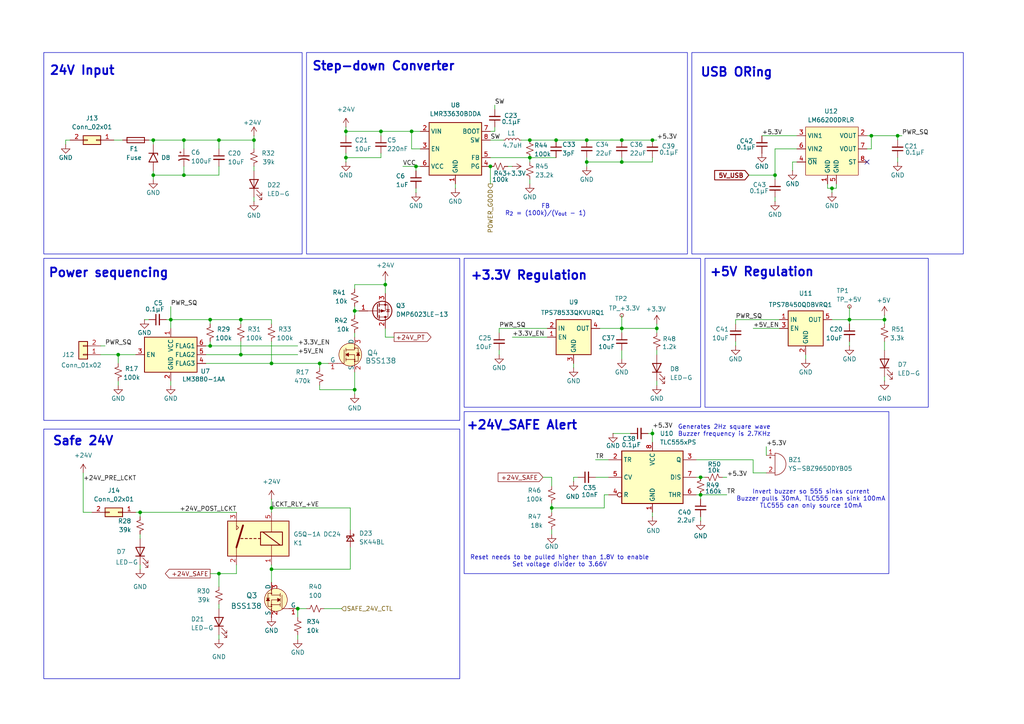
<source format=kicad_sch>
(kicad_sch (version 20250114) (generator "eeschema") (generator_version "9.0")
  (paper "A4")
  (rectangle (start 12.7 15.24) (end 87.63 73.66))
  (rectangle (start 88.9 15.24) (end 199.39 73.66))
  (rectangle (start 204.47 74.93) (end 269.24 118.11))
  (rectangle (start 134.62 119.38) (end 257.81 166.37))
  (rectangle (start 12.7 124.46) (end 133.35 196.85))
  (rectangle (start 200.66 15.24) (end 279.4 73.66))
  (rectangle (start 12.7 74.93) (end 133.35 121.92))
  (rectangle (start 134.62 74.93) (end 203.2 118.11))
  (text "24V Input" (at 23.876 20.574 0) (effects (font (size 2.54 2.54) (thickness 0.508) (bold yes))))
  (text "Reset needs to be pulled higher than 1.8V to enable\nSet voltage divider to 3.66V" (at 162.306 162.814 0) (effects (font (size 1.27 1.27))))
  (text "Step-down Converter" (at 111.252 19.304 0) (effects (font (size 2.54 2.54) (thickness 0.508) (bold yes))))
  (text "FB\nR_{2} = (100k)/(V_{out} - 1)" (at 158.242 60.96 0) (effects (font (size 1.27 1.27))))
  (text "+3.3V Regulation" (at 153.416 80.01 0) (effects (font (size 2.54 2.54) (thickness 0.508) (bold yes))))
  (text "+24V_SAFE Alert" (at 151.384 123.444 0) (effects (font (size 2.54 2.54) (thickness 0.508) (bold yes))))
  (text "Power sequencing" (at 31.496 79.248 0) (effects (font (size 2.54 2.54) (thickness 0.508) (bold yes))))
  (text "+5V Regulation" (at 220.98 78.994 0) (effects (font (size 2.54 2.54) (thickness 0.508) (bold yes))))
  (text "Invert buzzer so 555 sinks current\nBuzzer pulls 30mA, TLC555 can sink 100mA\nTLC555 can only source 10mA" (at 235.204 144.78 0) (effects (font (size 1.27 1.27))))
  (text "USB ORing" (at 213.614 21.082 0) (effects (font (size 2.54 2.54) (thickness 0.508) (bold yes))))
  (text "Safe 24V" (at 24.13 128.016 0) (effects (font (size 2.54 2.54) (thickness 0.508) (bold yes))))
  (text "Generates 2Hz square wave\nBuzzer frequency is 2.7KHz" (at 210.058 124.968 0) (effects (font (size 1.27 1.27))))
  (junction (at 241.3 54.61))
  (junction (at 110.49 38.1))
  (junction (at 60.96 92.71))
  (junction (at 256.54 92.71))
  (junction (at 161.29 40.64))
  (junction (at 189.23 40.64))
  (junction (at 203.2 138.43))
  (junction (at 78.74 147.32))
  (junction (at 60.96 100.33))
  (junction (at 86.36 176.53))
  (junction (at 189.23 125.73))
  (junction (at 102.87 113.03))
  (junction (at 190.5 95.25))
  (junction (at 63.5 40.64))
  (junction (at 44.45 50.8))
  (junction (at 142.24 48.26))
  (junction (at 170.18 46.99))
  (junction (at 73.66 40.64))
  (junction (at 49.53 92.71))
  (junction (at 69.85 102.87))
  (junction (at 246.38 92.71))
  (junction (at 44.45 40.64))
  (junction (at 224.79 50.8))
  (junction (at 111.76 82.55))
  (junction (at 102.87 90.17))
  (junction (at 203.2 143.51))
  (junction (at 180.34 40.64))
  (junction (at 252.73 39.37))
  (junction (at 120.65 48.26))
  (junction (at 53.34 40.64))
  (junction (at 34.29 102.87))
  (junction (at 78.74 105.41))
  (junction (at 78.74 165.1))
  (junction (at 63.5 166.37))
  (junction (at 170.18 40.64))
  (junction (at 53.34 50.8))
  (junction (at 100.33 45.72))
  (junction (at 160.02 147.32))
  (junction (at 100.33 38.1))
  (junction (at 180.34 46.99))
  (junction (at 260.35 39.37))
  (junction (at 153.67 40.64))
  (junction (at 180.34 95.25))
  (junction (at 153.67 45.72))
  (junction (at 92.71 105.41))
  (junction (at 69.85 92.71))
  (junction (at 40.64 148.59))
  (junction (at 119.38 38.1))
  (no_connect (at 251.46 46.99))
  (wire (pts (xy 53.34 40.64) (xy 63.5 40.64)))
  (wire (pts (xy 231.14 46.99) (xy 229.87 46.99)))
  (wire (pts (xy 256.54 109.22) (xy 256.54 110.49)))
  (wire (pts (xy 260.35 39.37) (xy 260.35 40.64)))
  (wire (pts (xy 177.8 125.73) (xy 182.88 125.73)))
  (wire (pts (xy 59.69 100.33) (xy 60.96 100.33)))
  (wire (pts (xy 111.76 97.79) (xy 114.3 97.79)))
  (wire (pts (xy 160.02 153.67) (xy 160.02 154.94)))
  (wire (pts (xy 166.37 105.41) (xy 166.37 106.68)))
  (wire (pts (xy 189.23 148.59) (xy 189.23 149.86)))
  (wire (pts (xy 166.37 138.43) (xy 167.64 138.43)))
  (wire (pts (xy 110.49 38.1) (xy 119.38 38.1)))
  (wire (pts (xy 246.38 92.71) (xy 246.38 93.98)))
  (wire (pts (xy 142.24 45.72) (xy 153.67 45.72)))
  (wire (pts (xy 60.96 92.71) (xy 69.85 92.71)))
  (wire (pts (xy 34.29 102.87) (xy 39.37 102.87)))
  (wire (pts (xy 102.87 107.95) (xy 102.87 113.03)))
  (wire (pts (xy 34.29 110.49) (xy 34.29 111.76)))
  (wire (pts (xy 111.76 81.28) (xy 111.76 82.55)))
  (wire (pts (xy 180.34 95.25) (xy 190.5 95.25)))
  (wire (pts (xy 78.74 165.1) (xy 78.74 168.91)))
  (wire (pts (xy 153.67 40.64) (xy 161.29 40.64)))
  (wire (pts (xy 132.08 53.34) (xy 132.08 54.61)))
  (wire (pts (xy 190.5 93.98) (xy 190.5 95.25)))
  (wire (pts (xy 203.2 138.43) (xy 204.47 138.43)))
  (wire (pts (xy 78.74 93.98) (xy 78.74 92.71)))
  (wire (pts (xy 172.72 138.43) (xy 176.53 138.43)))
  (wire (pts (xy 220.98 39.37) (xy 231.14 39.37)))
  (wire (pts (xy 63.5 48.26) (xy 63.5 50.8)))
  (wire (pts (xy 100.33 38.1) (xy 110.49 38.1)))
  (wire (pts (xy 240.03 54.61) (xy 241.3 54.61)))
  (wire (pts (xy 63.5 40.64) (xy 73.66 40.64)))
  (wire (pts (xy 251.46 43.18) (xy 252.73 43.18)))
  (wire (pts (xy 180.34 46.99) (xy 170.18 46.99)))
  (wire (pts (xy 92.71 111.76) (xy 92.71 113.03)))
  (wire (pts (xy 44.45 49.53) (xy 44.45 50.8)))
  (wire (pts (xy 229.87 46.99) (xy 229.87 49.53)))
  (wire (pts (xy 40.64 163.83) (xy 40.64 165.1)))
  (wire (pts (xy 189.23 125.73) (xy 189.23 128.27)))
  (wire (pts (xy 246.38 99.06) (xy 246.38 100.33)))
  (wire (pts (xy 246.38 92.71) (xy 256.54 92.71)))
  (wire (pts (xy 209.55 138.43) (xy 210.82 138.43)))
  (wire (pts (xy 78.74 92.71) (xy 69.85 92.71)))
  (wire (pts (xy 161.29 40.64) (xy 170.18 40.64)))
  (wire (pts (xy 175.26 147.32) (xy 175.26 143.51)))
  (wire (pts (xy 24.13 148.59) (xy 26.67 148.59)))
  (wire (pts (xy 256.54 93.98) (xy 256.54 92.71)))
  (wire (pts (xy 217.17 50.8) (xy 224.79 50.8)))
  (wire (pts (xy 78.74 147.32) (xy 78.74 148.59)))
  (wire (pts (xy 40.64 148.59) (xy 68.58 148.59)))
  (wire (pts (xy 242.57 54.61) (xy 242.57 53.34)))
  (wire (pts (xy 218.44 95.25) (xy 226.06 95.25)))
  (wire (pts (xy 180.34 95.25) (xy 180.34 96.52)))
  (wire (pts (xy 166.37 139.7) (xy 166.37 138.43)))
  (wire (pts (xy 53.34 48.26) (xy 53.34 50.8)))
  (wire (pts (xy 78.74 144.78) (xy 78.74 147.32)))
  (wire (pts (xy 49.53 110.49) (xy 49.53 111.76)))
  (wire (pts (xy 48.26 92.71) (xy 49.53 92.71)))
  (wire (pts (xy 190.5 110.49) (xy 190.5 111.76)))
  (wire (pts (xy 78.74 163.83) (xy 78.74 165.1)))
  (wire (pts (xy 73.66 48.26) (xy 73.66 49.53)))
  (wire (pts (xy 29.21 102.87) (xy 34.29 102.87)))
  (wire (pts (xy 34.29 102.87) (xy 34.29 105.41)))
  (wire (pts (xy 180.34 46.99) (xy 189.23 46.99)))
  (wire (pts (xy 260.35 39.37) (xy 261.62 39.37)))
  (wire (pts (xy 144.78 101.6) (xy 144.78 102.87)))
  (wire (pts (xy 160.02 146.05) (xy 160.02 147.32)))
  (wire (pts (xy 213.36 99.06) (xy 213.36 100.33)))
  (wire (pts (xy 119.38 38.1) (xy 121.92 38.1)))
  (wire (pts (xy 102.87 113.03) (xy 102.87 114.3)))
  (wire (pts (xy 40.64 154.94) (xy 40.64 156.21)))
  (wire (pts (xy 180.34 45.72) (xy 180.34 46.99)))
  (wire (pts (xy 63.5 184.15) (xy 63.5 185.42)))
  (wire (pts (xy 73.66 40.64) (xy 73.66 43.18)))
  (wire (pts (xy 101.6 147.32) (xy 101.6 153.67)))
  (wire (pts (xy 102.87 88.9) (xy 102.87 90.17)))
  (wire (pts (xy 120.65 54.61) (xy 120.65 55.88)))
  (wire (pts (xy 100.33 45.72) (xy 100.33 44.45)))
  (wire (pts (xy 49.53 88.9) (xy 49.53 92.71)))
  (wire (pts (xy 63.5 166.37) (xy 63.5 170.18)))
  (wire (pts (xy 100.33 36.83) (xy 100.33 38.1)))
  (wire (pts (xy 63.5 50.8) (xy 53.34 50.8)))
  (wire (pts (xy 151.13 40.64) (xy 153.67 40.64)))
  (wire (pts (xy 218.44 137.16) (xy 222.25 137.16)))
  (wire (pts (xy 160.02 147.32) (xy 175.26 147.32)))
  (wire (pts (xy 43.18 40.64) (xy 44.45 40.64)))
  (wire (pts (xy 101.6 165.1) (xy 101.6 158.75)))
  (wire (pts (xy 102.87 96.52) (xy 102.87 97.79)))
  (wire (pts (xy 73.66 57.15) (xy 73.66 58.42)))
  (wire (pts (xy 110.49 44.45) (xy 110.49 45.72)))
  (wire (pts (xy 142.24 40.64) (xy 146.05 40.64)))
  (wire (pts (xy 100.33 45.72) (xy 110.49 45.72)))
  (wire (pts (xy 78.74 105.41) (xy 92.71 105.41)))
  (wire (pts (xy 189.23 125.73) (xy 187.96 125.73)))
  (wire (pts (xy 41.91 92.71) (xy 43.18 92.71)))
  (wire (pts (xy 143.51 38.1) (xy 143.51 36.83)))
  (wire (pts (xy 93.98 176.53) (xy 99.06 176.53)))
  (wire (pts (xy 241.3 54.61) (xy 242.57 54.61)))
  (wire (pts (xy 78.74 105.41) (xy 78.74 99.06)))
  (wire (pts (xy 49.53 92.71) (xy 49.53 95.25)))
  (wire (pts (xy 111.76 95.25) (xy 111.76 97.79)))
  (wire (pts (xy 252.73 39.37) (xy 260.35 39.37)))
  (wire (pts (xy 189.23 40.64) (xy 190.5 40.64)))
  (wire (pts (xy 213.36 92.71) (xy 226.06 92.71)))
  (wire (pts (xy 170.18 45.72) (xy 170.18 46.99)))
  (wire (pts (xy 78.74 165.1) (xy 101.6 165.1)))
  (wire (pts (xy 78.74 147.32) (xy 101.6 147.32)))
  (wire (pts (xy 144.78 95.25) (xy 144.78 96.52)))
  (wire (pts (xy 92.71 105.41) (xy 95.25 105.41)))
  (wire (pts (xy 222.25 129.54) (xy 222.25 132.08)))
  (wire (pts (xy 69.85 92.71) (xy 69.85 93.98)))
  (wire (pts (xy 63.5 166.37) (xy 68.58 166.37)))
  (wire (pts (xy 100.33 39.37) (xy 100.33 38.1)))
  (wire (pts (xy 63.5 40.64) (xy 63.5 43.18)))
  (wire (pts (xy 189.23 45.72) (xy 189.23 46.99)))
  (wire (pts (xy 19.05 40.64) (xy 19.05 41.91)))
  (wire (pts (xy 92.71 113.03) (xy 102.87 113.03)))
  (wire (pts (xy 102.87 83.82) (xy 102.87 82.55)))
  (wire (pts (xy 59.69 102.87) (xy 69.85 102.87)))
  (wire (pts (xy 44.45 40.64) (xy 53.34 40.64)))
  (wire (pts (xy 160.02 138.43) (xy 160.02 140.97)))
  (wire (pts (xy 203.2 143.51) (xy 210.82 143.51)))
  (wire (pts (xy 24.13 137.16) (xy 24.13 148.59)))
  (wire (pts (xy 160.02 147.32) (xy 160.02 148.59)))
  (wire (pts (xy 40.64 148.59) (xy 40.64 149.86)))
  (wire (pts (xy 102.87 90.17) (xy 102.87 91.44)))
  (wire (pts (xy 251.46 39.37) (xy 252.73 39.37)))
  (wire (pts (xy 203.2 143.51) (xy 203.2 144.78)))
  (wire (pts (xy 173.99 95.25) (xy 180.34 95.25)))
  (wire (pts (xy 86.36 176.53) (xy 88.9 176.53)))
  (wire (pts (xy 153.67 46.99) (xy 153.67 45.72)))
  (wire (pts (xy 203.2 149.86) (xy 203.2 151.13)))
  (wire (pts (xy 224.79 57.15) (xy 224.79 58.42)))
  (wire (pts (xy 201.93 138.43) (xy 203.2 138.43)))
  (wire (pts (xy 102.87 82.55) (xy 111.76 82.55)))
  (wire (pts (xy 69.85 102.87) (xy 69.85 99.06)))
  (wire (pts (xy 60.96 93.98) (xy 60.96 92.71)))
  (wire (pts (xy 121.92 43.18) (xy 119.38 43.18)))
  (wire (pts (xy 172.72 133.35) (xy 176.53 133.35)))
  (wire (pts (xy 69.85 102.87) (xy 86.36 102.87)))
  (wire (pts (xy 190.5 101.6) (xy 190.5 102.87)))
  (wire (pts (xy 60.96 166.37) (xy 63.5 166.37)))
  (wire (pts (xy 100.33 46.99) (xy 100.33 45.72)))
  (wire (pts (xy 73.66 39.37) (xy 73.66 40.64)))
  (wire (pts (xy 119.38 38.1) (xy 119.38 43.18)))
  (wire (pts (xy 153.67 52.07) (xy 153.67 53.34)))
  (wire (pts (xy 44.45 40.64) (xy 44.45 41.91)))
  (wire (pts (xy 102.87 90.17) (xy 104.14 90.17)))
  (wire (pts (xy 170.18 46.99) (xy 170.18 48.26)))
  (wire (pts (xy 224.79 52.07) (xy 224.79 50.8)))
  (wire (pts (xy 142.24 48.26) (xy 142.24 53.34)))
  (wire (pts (xy 86.36 176.53) (xy 86.36 179.07)))
  (wire (pts (xy 190.5 95.25) (xy 190.5 96.52)))
  (wire (pts (xy 201.93 133.35) (xy 218.44 133.35)))
  (wire (pts (xy 252.73 43.18) (xy 252.73 39.37)))
  (wire (pts (xy 142.24 38.1) (xy 143.51 38.1)))
  (wire (pts (xy 218.44 133.35) (xy 218.44 137.16)))
  (wire (pts (xy 158.75 97.79) (xy 148.59 97.79)))
  (wire (pts (xy 189.23 124.46) (xy 189.23 125.73)))
  (wire (pts (xy 120.65 49.53) (xy 120.65 48.26)))
  (wire (pts (xy 53.34 40.64) (xy 53.34 43.18)))
  (wire (pts (xy 33.02 40.64) (xy 35.56 40.64)))
  (wire (pts (xy 180.34 40.64) (xy 189.23 40.64)))
  (wire (pts (xy 59.69 105.41) (xy 78.74 105.41)))
  (wire (pts (xy 120.65 48.26) (xy 121.92 48.26)))
  (wire (pts (xy 60.96 100.33) (xy 60.96 99.06)))
  (wire (pts (xy 256.54 91.44) (xy 256.54 92.71)))
  (wire (pts (xy 256.54 99.06) (xy 256.54 101.6)))
  (wire (pts (xy 241.3 92.71) (xy 246.38 92.71)))
  (wire (pts (xy 29.21 100.33) (xy 30.48 100.33)))
  (wire (pts (xy 180.34 101.6) (xy 180.34 104.14)))
  (wire (pts (xy 147.32 48.26) (xy 148.59 48.26)))
  (wire (pts (xy 49.53 92.71) (xy 60.96 92.71)))
  (wire (pts (xy 224.79 50.8) (xy 224.79 43.18)))
  (wire (pts (xy 233.68 102.87) (xy 233.68 104.14)))
  (wire (pts (xy 153.67 45.72) (xy 161.29 45.72)))
  (wire (pts (xy 224.79 43.18) (xy 231.14 43.18)))
  (wire (pts (xy 63.5 175.26) (xy 63.5 176.53)))
  (wire (pts (xy 116.84 48.26) (xy 120.65 48.26)))
  (wire (pts (xy 144.78 95.25) (xy 158.75 95.25)))
  (wire (pts (xy 143.51 30.48) (xy 143.51 31.75)))
  (wire (pts (xy 241.3 54.61) (xy 241.3 55.88)))
  (wire (pts (xy 20.32 40.64) (xy 19.05 40.64)))
  (wire (pts (xy 44.45 50.8) (xy 44.45 52.07)))
  (wire (pts (xy 170.18 40.64) (xy 180.34 40.64)))
  (wire (pts (xy 157.48 138.43) (xy 160.02 138.43)))
  (wire (pts (xy 92.71 105.41) (xy 92.71 106.68)))
  (wire (pts (xy 180.34 91.44) (xy 180.34 95.25)))
  (wire (pts (xy 246.38 88.9) (xy 246.38 92.71)))
  (wire (pts (xy 240.03 53.34) (xy 240.03 54.61)))
  (wire (pts (xy 53.34 50.8) (xy 44.45 50.8)))
  (wire (pts (xy 110.49 38.1) (xy 110.49 39.37)))
  (wire (pts (xy 213.36 92.71) (xy 213.36 93.98)))
  (wire (pts (xy 39.37 148.59) (xy 40.64 148.59)))
  (wire (pts (xy 86.36 185.42) (xy 86.36 184.15)))
  (wire (pts (xy 68.58 163.83) (xy 68.58 166.37)))
  (wire (pts (xy 260.35 45.72) (xy 260.35 46.99)))
  (wire (pts (xy 201.93 143.51) (xy 203.2 143.51)))
  (wire (pts (xy 111.76 82.55) (xy 111.76 85.09)))
  (wire (pts (xy 175.26 143.51) (xy 176.53 143.51)))
  (wire (pts (xy 60.96 100.33) (xy 86.36 100.33)))
  (label "+24V_PRE_LCKT" (at 24.13 139.7 0))
  (label "PWR_SQ" (at 261.62 39.37 0))
  (label "+5.3V" (at 190.5 40.64 0))
  (label "PWR_SQ" (at 49.53 88.9 0))
  (label "+5.3V" (at 210.82 138.43 0))
  (label "+3.3V_EN" (at 148.59 97.79 0))
  (label "TR" (at 210.82 143.51 0))
  (label "PWR_SQ" (at 144.78 95.25 0))
  (label "SW" (at 143.51 30.48 0))
  (label "LCKT_RLY_+VE" (at 78.74 147.32 0))
  (label "TR" (at 172.72 133.35 0))
  (label "+24V_POST_LCKT" (at 52.07 148.59 0))
  (label "PWR_SQ" (at 30.48 100.33 0))
  (label "+5.3V" (at 220.98 39.37 0))
  (label "PWR_SQ" (at 213.36 92.71 0))
  (label "VCC" (at 116.84 48.26 0))
  (label "+5V_EN" (at 86.36 102.87 0))
  (label "+5.3V" (at 222.25 129.54 0))
  (label "+5V_EN" (at 218.44 95.25 0))
  (label "SW" (at 142.24 40.64 0))
  (label "+5.3V" (at 189.23 124.46 0))
  (label "+3.3V_EN" (at 86.36 100.33 0))
  (global_label "+24V_PT" (shape output) (at 114.3 97.79 0) (property "Intersheetrefs" "${INTERSHEET_REFS}" (effects (hide yes))))
  (global_label "+24V_SAFE" (shape output) (at 60.96 166.37 180) (property "Intersheetrefs" "${INTERSHEET_REFS}" (effects (hide yes))))
  (global_label "5V_USB" (shape input) (at 217.17 50.8 180) (effects (font (thickness 0.254) (bold yes))) (property "Intersheetrefs" "${INTERSHEET_REFS}" (effects (hide yes))))
  (global_label "+24V_SAFE" (shape input) (at 157.48 138.43 180) (property "Intersheetrefs" "${INTERSHEET_REFS}" (effects (hide yes))))
  (hierarchical_label "SAFE_24V_CTL" (shape input) (at 99.06 176.53 0))
  (hierarchical_label "POWER_GOOD" (shape output) (at 142.24 53.34 270))
  (symbol (lib_id "power:GND") (at 189.23 149.86 0) (unit 1)
    (property "Reference" "#PWR069" (effects (hide yes)))
    (property "Value" "GND" (at 189.484 153.924 0))
    (property "Description" "Power symbol creates a global label with name \"GND\" , ground" (effects (hide yes)))
  )
  (symbol (lib_id "power:+24V") (at 190.5 93.98 0) (unit 1)
    (property "Reference" "#PWR070" (effects (hide yes)))
    (property "Value" "+3.3V" (at 190.246 89.662 0))
    (property "Description" "Power symbol creates a global label with name \"+24V\"" (effects (hide yes)))
  )
  (symbol (lib_id "power:GND") (at 100.33 46.99 0) (unit 1)
    (property "Reference" "#PWR0113" (effects (hide yes)))
    (property "Value" "GND" (at 100.33 50.8 0))
    (property "Description" "Power symbol creates a global label with name \"GND\" , ground" (effects (hide yes)))
  )
  (symbol (lib_id "power:GND") (at 233.68 104.14 0) (unit 1)
    (property "Reference" "#PWR057" (effects (hide yes)))
    (property "Value" "GND" (at 233.68 107.95 0))
    (property "Description" "Power symbol creates a global label with name \"GND\" , ground" (effects (hide yes)))
  )
  (symbol (lib_id "Transistor_FET:ZXMP4A16G") (at 109.22 90.17 0) (mirror x) (unit 1)
    (property "Reference" "Q3" (at 114.808 88.646 0) (effects (justify left)))
    (property "Value" "DMP6023LE-13" (at 114.808 91.186 0) (effects (justify left)))
    (property "Footprint" "Package_TO_SOT_SMD:SOT-223-3_TabPin2" (effects (hide yes)))
    (property "Datasheet" "https://www.lcsc.com/datasheet/C154901.pdf" (effects (hide yes)))
    (property "Description" "-60V Vds, P-Channel MOSFET, SOT-223" (effects (hide yes)))
    (property "LCSC" "C154901" (effects (hide yes)))
  )
  (symbol (lib_id "Diode:1.5SMCxxA") (at 44.45 45.72 270) (unit 1)
    (property "Reference" "D8" (at 46.736 45.72 90) (effects (justify left)))
    (property "Value" "SMCJ26A-13-F" (effects (hide yes)))
    (property "Footprint" "Diode_SMD:D_SMC" (effects (hide yes)))
    (property "Datasheet" "https://www.lcsc.com/datasheet/C135156.pdf" (effects (hide yes)))
    (property "Description" "1500W unidirectional TVS diode, SMC" (effects (hide yes)))
    (property "LCSC" "C135156" (effects (hide yes)))
  )
  (symbol (lib_id "Device:R_Small_US") (at 86.36 181.61 0) (unit 1)
    (property "Reference" "R34" (at 88.9 180.3399 0) (effects (justify left)))
    (property "Value" "10k" (at 88.9 182.8799 0) (effects (justify left)))
    (property "Footprint" "Resistor_SMD:R_0402_1005Metric" (effects (hide yes)))
    (property "Description" "Resistor, small US symbol" (effects (hide yes)))
    (property "LCSC" "C25531" (effects (hide yes)))
    (property "MPN" "0402WGJ0103TCE" (effects (hide yes)))
  )
  (symbol (lib_id "Device:R_Small_US") (at 69.85 96.52 0) (mirror x) (unit 1)
    (property "Reference" "R31" (at 75.692 95.504 0) (effects (justify right)))
    (property "Value" "100k" (at 76.2 98.044 0) (effects (justify right)))
    (property "Footprint" "Resistor_SMD:R_0603_1608Metric" (effects (hide yes)))
    (property "Description" "Resistor, small US symbol" (effects (hide yes)))
  )
  (symbol (lib_id "Device:LED") (at 73.66 53.34 90) (unit 1)
    (property "Reference" "D22" (at 77.47 53.6574 90) (effects (justify right)))
    (property "Value" "LED-G" (at 77.47 56.1974 90) (effects (justify right)))
    (property "Footprint" "LED_SMD:LED_0805_2012Metric" (effects (hide yes)))
    (property "Description" "Light emitting diode" (effects (hide yes)))
    (property "Sim.Pins" "1=K 2=A" (effects (hide yes)))
    (property "LCSC" "C2297" (effects (hide yes)))
  )
  (symbol (lib_id "Device:LED") (at 256.54 105.41 90) (unit 1)
    (property "Reference" "D7" (at 260.35 105.7274 90) (effects (justify right)))
    (property "Value" "LED-G" (at 260.35 108.2674 90) (effects (justify right)))
    (property "Footprint" "LED_SMD:LED_0805_2012Metric" (effects (hide yes)))
    (property "Description" "Light emitting diode" (effects (hide yes)))
    (property "Sim.Pins" "1=K 2=A" (effects (hide yes)))
    (property "LCSC" "C2297" (effects (hide yes)))
  )
  (symbol (lib_id "Device:R_Small_US") (at 34.29 107.95 0) (mirror x) (unit 1)
    (property "Reference" "R17" (at 40.132 106.934 0) (effects (justify right)))
    (property "Value" "100k" (at 40.64 109.474 0) (effects (justify right)))
    (property "Footprint" "Resistor_SMD:R_0603_1608Metric" (effects (hide yes)))
    (property "Description" "Resistor, small US symbol" (effects (hide yes)))
  )
  (symbol (lib_id "Device:C_Polarized_Small_US") (at 53.34 45.72 0) (unit 1)
    (property "Reference" "C6" (at 55.372 44.196 0) (effects (justify left)))
    (property "Value" "100uF" (at 55.372 46.736 0) (effects (justify left)))
    (property "Footprint" "Capacitor_SMD:CP_Elec_10x10" (effects (hide yes)))
    (property "Datasheet" "https://www.lcsc.com/datasheet/C161937.pdf" (effects (hide yes)))
    (property "Description" "Polarized capacitor, small US symbol" (effects (hide yes)))
    (property "LCSC" "C161937" (effects (hide yes)))
  )
  (symbol (lib_id "Device:LED") (at 63.5 180.34 90) (unit 1)
    (property "Reference" "D21" (at 55.372 179.578 90) (effects (justify right)))
    (property "Value" "LED-G" (at 55.372 182.118 90) (effects (justify right)))
    (property "Footprint" "LED_SMD:LED_0805_2012Metric" (effects (hide yes)))
    (property "Description" "Light emitting diode" (effects (hide yes)))
    (property "Sim.Pins" "1=K 2=A" (effects (hide yes)))
    (property "LCSC" "C2297" (effects (hide yes)))
  )
  (symbol (lib_id "Device:R_Small_US") (at 160.02 151.13 0) (mirror x) (unit 1)
    (property "Reference" "R47" (at 156.972 149.86 0) (effects (justify right)))
    (property "Value" "18k" (at 157.48 152.4 0) (effects (justify right)))
    (property "Footprint" "Resistor_SMD:R_0603_1608Metric" (effects (hide yes)))
    (property "Description" "Resistor, small US symbol" (effects (hide yes)))
  )
  (symbol (lib_id "Device:R_Small_US") (at 63.5 172.72 0) (mirror x) (unit 1)
    (property "Reference" "R30" (at 60.96 171.4499 0) (effects (justify right)))
    (property "Value" "39k" (at 60.96 173.9899 0) (effects (justify right)))
    (property "Footprint" "Resistor_SMD:R_0402_1005Metric" (effects (hide yes)))
    (property "Description" "Resistor, small US symbol" (effects (hide yes)))
  )
  (symbol (lib_id "power:GND") (at 170.18 48.26 0) (unit 1)
    (property "Reference" "#PWR066" (effects (hide yes)))
    (property "Value" "GND" (at 170.18 52.07 0))
    (property "Description" "Power symbol creates a global label with name \"GND\" , ground" (effects (hide yes)))
  )
  (symbol (lib_id "Connector_Generic:Conn_02x01") (at 34.29 148.59 180) (unit 1)
    (property "Reference" "J14" (at 33.02 142.24 0))
    (property "Value" "Conn_02x01" (at 33.02 144.78 0))
    (property "Footprint" "Connector_Molex:Molex_Mini-Fit_Jr_5566-02A_2x01_P4.20mm_Vertical" (effects (hide yes)))
    (property "Description" "Generic connector, double row, 02x01, this symbol is compatible with counter-clockwise, top-bottom and odd-even numbering schemes., script generated (kicad-library-utils/schlib/autogen/connector/)" (effects (hide yes)))
  )
  (symbol (lib_id "Device:Fuse") (at 39.37 40.64 90) (unit 1)
    (property "Reference" "F1" (at 38.862 43.18 90))
    (property "Value" "Fuse" (at 38.862 45.72 90))
    (property "Footprint" "Fuse:Fuseholder_Blade_Mini_Keystone_3568" (effects (hide yes)))
    (property "Description" "Fuse" (effects (hide yes)))
  )
  (symbol (lib_id "power:GND") (at 132.08 54.61 0) (unit 1)
    (property "Reference" "#PWR060" (effects (hide yes)))
    (property "Value" "GND" (at 132.08 58.42 0))
    (property "Description" "Power symbol creates a global label with name \"GND\" , ground" (effects (hide yes)))
  )
  (symbol (lib_id "Device:C_Small") (at 220.98 41.91 180) (unit 1)
    (property "Reference" "C42" (at 218.44 40.894 0) (effects (justify left)))
    (property "Value" "0.1μF" (at 219.202 42.672 0) (effects (justify left)))
    (property "Footprint" "Capacitor_SMD:C_0402_1005Metric" (effects (hide yes)))
    (property "Description" "Unpolarized capacitor, small symbol" (effects (hide yes)))
    (property "MPN" "CL05B104KO5NNNC" (effects (hide yes)))
    (property "LCSC" "C307331" (effects (hide yes)))
  )
  (symbol (lib_id "power:GND") (at 102.87 114.3 0) (unit 1)
    (property "Reference" "#PWR057" (effects (hide yes)))
    (property "Value" "GND" (at 102.87 118.364 0))
    (property "Description" "Power symbol creates a global label with name \"GND\" , ground" (effects (hide yes)))
  )
  (symbol (lib_id "Device:C_Small") (at 144.78 99.06 0) (unit 1)
    (property "Reference" "C25" (at 138.684 98.044 0) (effects (justify left)))
    (property "Value" "10uF" (at 137.922 100.584 0) (effects (justify left)))
    (property "Footprint" "Capacitor_SMD:C_0805_2012Metric" (effects (hide yes)))
    (property "Description" "Unpolarized capacitor, small symbol" (effects (hide yes)))
    (property "Dielectric" "X5R or X7R" (effects (hide yes)))
    (property "LCSC" "C15850" (effects (hide yes)))
  )
  (symbol (lib_id "Device:R_Small_US") (at 78.74 96.52 0) (mirror x) (unit 1)
    (property "Reference" "R33" (at 84.582 95.504 0) (effects (justify right)))
    (property "Value" "100k" (at 85.09 98.044 0) (effects (justify right)))
    (property "Footprint" "Resistor_SMD:R_0603_1608Metric" (effects (hide yes)))
    (property "Description" "Resistor, small US symbol" (effects (hide yes)))
  )
  (symbol (lib_id "Device:Buzzer") (at 224.79 134.62 0) (unit 1)
    (property "Reference" "BZ1" (at 228.6 133.3499 0) (effects (justify left)))
    (property "Value" "YS-SBZ9650DYB05" (at 228.6 135.8899 0) (effects (justify left)))
    (property "Footprint" "Library:YS-SBZ9650DYB05" (effects (hide yes)))
    (property "Datasheet" "https://www.lcsc.com/datasheet/C409830.pdf" (effects (hide yes)))
    (property "Description" "80dB Active Buzzer (Built-in Driving Circuit) 2.7kHz 5V SMD,9.6x9.6mm Alarms, Buzzers, and Sirens RoHS" (effects (hide yes)))
    (property "LCSC" "C409830" (effects (hide yes)))
  )
  (symbol (lib_id "dk_Transistors-FETs-MOSFETs-Single:BSS138") (at 102.87 102.87 0) (unit 1)
    (property "Reference" "Q4" (at 106.426 102.3621 0) (effects (font (size 1.524 1.524)) (justify left)))
    (property "Value" "BSS138" (at 105.918 104.648 0) (effects (font (size 1.524 1.524)) (justify left)))
    (property "Footprint" "Package_TO_SOT_SMD:SOT-23-3" (effects (hide yes)))
    (property "Datasheet" "https://www.onsemi.com/pub/Collateral/BSS138-D.PDF" (effects (hide yes)))
    (property "Description" "MOSFET N-CH 50V 220MA SOT-23" (effects (hide yes)))
    (property "MPN" "BSS138" (effects (hide yes)))
    (property "LCSC" "C8490" (effects (hide yes)))
    (property "Category" "Discrete Semiconductor Products" (effects (hide yes)))
    (property "Family" "Transistors - FETs, MOSFETs - Single" (effects (hide yes)))
    (property "DK_Datasheet_Link" "https://www.onsemi.com/pub/Collateral/BSS138-D.PDF" (effects (hide yes)))
    (property "DK_Detail_Page" "/product-detail/en/on-semiconductor/BSS138/BSS138CT-ND/244294" (effects (hide yes)))
    (property "Description_1" "MOSFET N-CH 50V 220MA SOT-23" (effects (hide yes)))
    (property "Manufacturer" "ON Semiconductor" (effects (hide yes)))
    (property "Status" "Active" (effects (hide yes)))
  )
  (symbol (lib_id "Device:C_Small") (at 143.51 34.29 180) (unit 1)
    (property "Reference" "C23" (at 150.114 33.528 0) (effects (justify left)))
    (property "Value" "0.1μF" (at 151.13 35.306 0) (effects (justify left)))
    (property "Footprint" "Capacitor_SMD:C_0402_1005Metric" (effects (hide yes)))
    (property "Description" "Unpolarized capacitor, small symbol" (effects (hide yes)))
    (property "MPN" "CL05B104KO5NNNC" (effects (hide yes)))
    (property "LCSC" "C307331" (effects (hide yes)))
  )
  (symbol (lib_id "Power_Supervisor:LM3880") (at 49.53 102.87 0) (unit 1)
    (property "Reference" "U7" (at 58.166 107.696 0) (effects (justify left)))
    (property "Value" "LM3880-1AA" (at 52.832 109.982 0) (effects (justify left)))
    (property "Footprint" "Package_TO_SOT_SMD:SOT-23-6" (effects (hide yes)))
    (property "Datasheet" "http://www.ti.com/lit/ds/symlink/lm3880.pdf" (effects (hide yes)))
    (property "Description" "Simple Power Sequencer, SOT-23-6" (effects (hide yes)))
    (property "LCSC" "C486059" (effects (hide yes)))
  )
  (symbol (lib_id "power:GND") (at 256.54 110.49 0) (unit 1)
    (property "Reference" "#PWR075" (effects (hide yes)))
    (property "Value" "GND" (at 256.54 115.57 0))
    (property "Description" "Power symbol creates a global label with name \"GND\" , ground" (effects (hide yes)))
  )
  (symbol (lib_id "power:GND") (at 86.36 185.42 0) (unit 1)
    (property "Reference" "#PWR0111" (effects (hide yes)))
    (property "Value" "GND" (at 86.36 189.23 0))
    (property "Description" "Power symbol creates a global label with name \"GND\" , ground" (effects (hide yes)))
  )
  (symbol (lib_id "Device:C_Small") (at 110.49 41.91 0) (unit 1)
    (property "Reference" "C5" (at 112.268 40.64 0) (effects (justify left)))
    (property "Value" "220nF" (at 112.268 43.18 0) (effects (justify left)))
    (property "Footprint" "Capacitor_SMD:C_0805_2012Metric" (effects (hide yes)))
    (property "Description" "Unpolarized capacitor, small symbol" (effects (hide yes)))
    (property "Voltage" "50V" (effects (hide yes)))
    (property "Dielectric" "X5R or X7R" (effects (hide yes)))
    (property "LCSC" "C5378" (effects (hide yes)))
  )
  (symbol (lib_id "Relay:G5Q-1A") (at 73.66 156.21 0) (mirror y) (unit 1)
    (property "Reference" "K1" (at 85.09 157.4801 0) (effects (justify right)))
    (property "Value" "G5Q-1A DC24" (at 85.09 154.9401 0) (effects (justify right)))
    (property "Footprint" "Relay_THT:Relay_SPST_Omron-G5Q-1A" (effects (hide yes)))
    (property "Datasheet" "https://www.omron.com/ecb/products/pdf/en-g5q.pdf" (effects (hide yes)))
    (property "Description" "Omron G5Q relay, Miniature Single Pole, SPST-NO, 10A" (effects (hide yes)))
  )
  (symbol (lib_id "power:GND") (at 166.37 139.7 0) (unit 1)
    (property "Reference" "#PWR065" (effects (hide yes)))
    (property "Value" "GND" (at 166.116 144.018 0))
    (property "Description" "Power symbol creates a global label with name \"GND\" , ground" (effects (hide yes)))
  )
  (symbol (lib_id "Regulator_Switching:LMR33630BDDA") (at 132.08 43.18 0) (unit 1)
    (property "Reference" "U8" (at 132.08 30.48 0))
    (property "Value" "LMR33630BDDA" (at 132.08 33.02 0))
    (property "Footprint" "Package_SO:Texas_HSOP-8-1EP_3.9x4.9mm_P1.27mm_ThermalVias" (effects (hide yes)))
    (property "Datasheet" "http://www.ti.com/lit/ds/symlink/lmr33630.pdf" (effects (hide yes)))
    (property "Description" "Simple Switcher Synchronous Buck Regulator, Vin=3.8-36V, Iout=3A, F=1400kHz, Adjustable output voltage, HSOP-8" (effects (hide yes)))
    (property "LCSC" "C544370" (effects (hide yes)))
  )
  (symbol (lib_id "Device:C_Small") (at 224.79 54.61 180) (unit 1)
    (property "Reference" "C43" (at 222.25 53.594 0) (effects (justify left)))
    (property "Value" "0.1μF" (at 223.012 55.372 0) (effects (justify left)))
    (property "Footprint" "Capacitor_SMD:C_0402_1005Metric" (effects (hide yes)))
    (property "Description" "Unpolarized capacitor, small symbol" (effects (hide yes)))
    (property "MPN" "CL05B104KO5NNNC" (effects (hide yes)))
    (property "LCSC" "C307331" (effects (hide yes)))
  )
  (symbol (lib_id "power:GND") (at 160.02 154.94 0) (unit 1)
    (property "Reference" "#PWR063" (effects (hide yes)))
    (property "Value" "GND" (at 160.02 158.496 0))
    (property "Description" "Power symbol creates a global label with name \"GND\" , ground" (effects (hide yes)))
  )
  (symbol (lib_id "power:GND") (at 19.05 41.91 0) (unit 1)
    (property "Reference" "#PWR021" (effects (hide yes)))
    (property "Value" "GND" (at 19.05 45.72 0))
    (property "Description" "Power symbol creates a global label with name \"GND\" , ground" (effects (hide yes)))
  )
  (symbol (lib_id "power:GND") (at 49.53 111.76 0) (unit 1)
    (property "Reference" "#PWR055" (effects (hide yes)))
    (property "Value" "GND" (at 49.53 115.57 0))
    (property "Description" "Power symbol creates a global label with name \"GND\" , ground" (effects (hide yes)))
  )
  (symbol (lib_id "power:GND") (at 120.65 55.88 0) (unit 1)
    (property "Reference" "#PWR059" (effects (hide yes)))
    (property "Value" "GND" (at 120.65 59.69 0))
    (property "Description" "Power symbol creates a global label with name \"GND\" , ground" (effects (hide yes)))
  )
  (symbol (lib_id "Device:C_Small") (at 180.34 99.06 0) (unit 1)
    (property "Reference" "C37" (at 174.498 98.044 0) (effects (justify left)))
    (property "Value" "10uF" (at 173.482 100.584 0) (effects (justify left)))
    (property "Footprint" "Capacitor_SMD:C_0805_2012Metric" (effects (hide yes)))
    (property "Description" "Unpolarized capacitor, small symbol" (effects (hide yes)))
    (property "Dielectric" "X5R or X7R" (effects (hide yes)))
    (property "LCSC" "C15850" (effects (hide yes)))
  )
  (symbol (lib_id "power:GND") (at 63.5 185.42 0) (unit 1)
    (property "Reference" "#PWR0110" (effects (hide yes)))
    (property "Value" "GND" (at 63.5 190.5 0))
    (property "Description" "Power symbol creates a global label with name \"GND\" , ground" (effects (hide yes)))
  )
  (symbol (lib_id "Device:C_Small") (at 185.42 125.73 90) (unit 1)
    (property "Reference" "C38" (at 184.404 127.254 90) (effects (justify left)))
    (property "Value" "0.1μF" (at 185.928 129.032 90) (effects (justify left)))
    (property "Footprint" "Capacitor_SMD:C_0402_1005Metric" (effects (hide yes)))
    (property "Description" "Unpolarized capacitor, small symbol" (effects (hide yes)))
    (property "MPN" "CL05B104KO5NNNC" (effects (hide yes)))
    (property "LCSC" "C307331" (effects (hide yes)))
  )
  (symbol (lib_id "power:+24V") (at 256.54 91.44 0) (unit 1)
    (property "Reference" "#PWR060" (effects (hide yes)))
    (property "Value" "+5V" (at 256.286 87.122 0))
    (property "Description" "Power symbol creates a global label with name \"+24V\"" (effects (hide yes)))
  )
  (symbol (lib_id "power:+24V") (at 148.59 48.26 270) (unit 1)
    (property "Reference" "#PWR061" (effects (hide yes)))
    (property "Value" "+3.3V" (at 149.606 50.292 90))
    (property "Description" "Power symbol creates a global label with name \"+24V\"" (effects (hide yes)))
  )
  (symbol (lib_id "Device:C_Small") (at 120.65 52.07 0) (unit 1)
    (property "Reference" "C6" (at 114.808 51.054 0) (effects (justify left)))
    (property "Value" "1uF" (at 114.808 53.594 0) (effects (justify left)))
    (property "Footprint" "Capacitor_SMD:C_0603_1608Metric" (effects (hide yes)))
    (property "Description" "Unpolarized capacitor, small symbol" (effects (hide yes)))
    (property "Dielectric" "X5R or X7R" (effects (hide yes)))
    (property "LCSC" "C29936" (effects (hide yes)))
  )
  (symbol (lib_id "Device:C_Small") (at 100.33 41.91 0) (unit 1)
    (property "Reference" "C21" (at 102.87 40.6462 0) (effects (justify left)))
    (property "Value" "10uF" (at 102.87 43.1862 0) (effects (justify left)))
    (property "Footprint" "Capacitor_SMD:C_1206_3216Metric" (effects (hide yes)))
    (property "Description" "Unpolarized capacitor, small symbol" (effects (hide yes)))
    (property "Voltage" "50V" (effects (hide yes)))
    (property "Dielectric" "X5R or X7R" (effects (hide yes)))
    (property "P/N" "CL31A106KBHNNNE" (effects (hide yes)))
    (property "LCSC" "C13585" (effects (hide yes)))
  )
  (symbol (lib_id "Device:R_Small_US") (at 153.67 49.53 0) (unit 1)
    (property "Reference" "R45" (at 155.194 48.26 0) (effects (justify left)))
    (property "Value" "23.2k" (at 155.194 50.8 0) (effects (justify left)))
    (property "Footprint" "Resistor_SMD:R_0603_1608Metric" (effects (hide yes)))
    (property "Description" "Resistor, small US symbol" (effects (hide yes)))
    (property "MPN" "0402WGF3301TCE" (effects (hide yes)))
    (property "LCSC" "C25890" (effects (hide yes)))
  )
  (symbol (lib_id "power:GND") (at 241.3 55.88 0) (unit 1)
    (property "Reference" "#PWR058" (effects (hide yes)))
    (property "Value" "GND" (at 241.3 59.69 0))
    (property "Description" "Power symbol creates a global label with name \"GND\" , ground" (effects (hide yes)))
  )
  (symbol (lib_id "Regulator_Linear:TPS78236DDC") (at 233.68 95.25 0) (unit 1)
    (property "Reference" "U11" (at 233.68 85.09 0))
    (property "Value" "TPS78450QDBVRQ1" (at 232.156 88.392 0))
    (property "Footprint" "Package_TO_SOT_SMD:SOT-23-5" (effects (hide yes)))
    (property "Datasheet" "https://www.ti.com/lit/ds/symlink/tps784-q1.pdf?ts=1762749144486&ref_url=https%253A%252F%252Fwww.ti.com%252Fproduct%252FTPS784-Q1%252Fpart-details%252FTPS78450QDBVRQ1" (effects (hide yes)))
    (property "Description" "300-mA, 115mV Dropout Voltage, 5V, SOT-23-5" (effects (hide yes)))
    (property "LCSC" "C2877783" (effects (hide yes)))
  )
  (symbol (lib_id "power:GND") (at 229.87 49.53 0) (unit 1)
    (property "Reference" "#PWR056" (effects (hide yes)))
    (property "Value" "GND" (at 229.87 53.34 0))
    (property "Description" "Power symbol creates a global label with name \"GND\" , ground" (effects (hide yes)))
  )
  (symbol (lib_id "Device:LED") (at 190.5 106.68 90) (unit 1)
    (property "Reference" "D8" (at 194.31 106.9974 90) (effects (justify right)))
    (property "Value" "LED-G" (at 194.31 109.5374 90) (effects (justify right)))
    (property "Footprint" "LED_SMD:LED_0805_2012Metric" (effects (hide yes)))
    (property "Description" "Light emitting diode" (effects (hide yes)))
    (property "Sim.Pins" "1=K 2=A" (effects (hide yes)))
    (property "LCSC" "C2297" (effects (hide yes)))
  )
  (symbol (lib_id "power:GND") (at 40.64 165.1 0) (unit 1)
    (property "Reference" "#PWR026" (effects (hide yes)))
    (property "Value" "GND" (at 40.64 170.18 0))
    (property "Description" "Power symbol creates a global label with name \"GND\" , ground" (effects (hide yes)))
  )
  (symbol (lib_id "Device:R_Small_US") (at 91.44 176.53 90) (unit 1)
    (property "Reference" "R40" (at 91.44 170.18 90))
    (property "Value" "100" (at 91.44 172.72 90))
    (property "Footprint" "Resistor_SMD:R_0402_1005Metric" (effects (hide yes)))
    (property "Description" "Resistor, small US symbol" (effects (hide yes)))
    (property "MPN" "0402WGF1000TCE" (effects (hide yes)))
    (property "LCSC" "C25076" (effects (hide yes)))
  )
  (symbol (lib_id "Device:R_Small_US") (at 102.87 93.98 0) (mirror x) (unit 1)
    (property "Reference" "R42" (at 100.838 92.964 0) (effects (justify right)))
    (property "Value" "10k" (at 101.346 95.504 0) (effects (justify right)))
    (property "Footprint" "Resistor_SMD:R_0402_1005Metric" (effects (hide yes)))
    (property "Description" "Resistor, small US symbol" (effects (hide yes)))
  )
  (symbol (lib_id "power:+24V") (at 111.76 81.28 0) (unit 1)
    (property "Reference" "#PWR058" (effects (hide yes)))
    (property "Value" "+24V" (at 111.76 76.962 0))
    (property "Description" "Power symbol creates a global label with name \"+24V\"" (effects (hide yes)))
  )
  (symbol (lib_id "Device:LED") (at 40.64 160.02 90) (unit 1)
    (property "Reference" "D7" (at 33.782 160.02 90) (effects (justify right)))
    (property "Value" "LED-G" (at 33.528 163.068 90) (effects (justify right)))
    (property "Footprint" "LED_SMD:LED_0805_2012Metric" (effects (hide yes)))
    (property "Description" "Light emitting diode" (effects (hide yes)))
    (property "Sim.Pins" "1=K 2=A" (effects (hide yes)))
    (property "LCSC" "C2297" (effects (hide yes)))
  )
  (symbol (lib_id "Connector:TestPoint_Small") (at 246.38 88.9 0) (unit 1)
    (property "Reference" "TP1" (at 242.57 84.328 0) (effects (justify left)))
    (property "Value" "TP_+5V" (at 242.57 86.868 0) (effects (justify left)))
    (property "Footprint" "TestPoint:TestPoint_Pad_D1.0mm" (effects (hide yes)))
    (property "Description" "test point" (effects (hide yes)))
  )
  (symbol (lib_id "Device:C_Small") (at 260.35 43.18 180) (unit 1)
    (property "Reference" "C21" (at 266.192 42.418 0) (effects (justify left)))
    (property "Value" "0.1μF" (at 268.224 44.196 0) (effects (justify left)))
    (property "Footprint" "Capacitor_SMD:C_0402_1005Metric" (effects (hide yes)))
    (property "Description" "Unpolarized capacitor, small symbol" (effects (hide yes)))
    (property "MPN" "CL05B104KO5NNNC" (effects (hide yes)))
    (property "LCSC" "C307331" (effects (hide yes)))
  )
  (symbol (lib_id "Device:C_Small") (at 189.23 43.18 180) (unit 1)
    (property "Reference" "C39" (at 195.834 42.418 0) (effects (justify left)))
    (property "Value" "0.1μF" (at 196.85 44.196 0) (effects (justify left)))
    (property "Footprint" "Capacitor_SMD:C_0402_1005Metric" (effects (hide yes)))
    (property "Description" "Unpolarized capacitor, small symbol" (effects (hide yes)))
    (property "MPN" "CL05B104KO5NNNC" (effects (hide yes)))
    (property "LCSC" "C307331" (effects (hide yes)))
  )
  (symbol (lib_id "power:GND") (at 177.8 125.73 0) (unit 1)
    (property "Reference" "#PWR067" (effects (hide yes)))
    (property "Value" "GND" (at 177.8 129.286 0))
    (property "Description" "Power symbol creates a global label with name \"GND\" , ground" (effects (hide yes)))
  )
  (symbol (lib_id "Device:R_Small_US") (at 207.01 138.43 90) (mirror x) (unit 1)
    (property "Reference" "R50" (at 205.232 134.62 90) (effects (justify right)))
    (property "Value" "10k" (at 205.232 136.398 90) (effects (justify right)))
    (property "Footprint" "Resistor_SMD:R_0402_1005Metric" (effects (hide yes)))
    (property "Description" "Resistor, small US symbol" (effects (hide yes)))
  )
  (symbol (lib_id "Device:C_Small") (at 246.38 96.52 0) (unit 1)
    (property "Reference" "C20" (at 240.538 95.504 0) (effects (justify left)))
    (property "Value" "10uF" (at 239.522 98.044 0) (effects (justify left)))
    (property "Footprint" "Capacitor_SMD:C_0805_2012Metric" (effects (hide yes)))
    (property "Description" "Unpolarized capacitor, small symbol" (effects (hide yes)))
    (property "Dielectric" "X5R or X7R" (effects (hide yes)))
    (property "LCSC" "C15850" (effects (hide yes)))
  )
  (symbol (lib_id "Device:C_Small") (at 161.29 43.18 0) (unit 1)
    (property "Reference" "C33" (at 163.068 41.91 0) (effects (justify left)))
    (property "Value" "3pF" (at 163.068 44.45 0) (effects (justify left)))
    (property "Footprint" "Capacitor_SMD:C_0603_1608Metric" (effects (hide yes)))
    (property "Description" "Unpolarized capacitor, small symbol" (effects (hide yes)))
    (property "Dielectric" "X5R or X7R" (effects (hide yes)))
    (property "LCSC" "C695157" (effects (hide yes)))
  )
  (symbol (lib_id "power:+24V") (at 100.33 36.83 0) (unit 1)
    (property "Reference" "#PWR0114" (effects (hide yes)))
    (property "Value" "+24V" (at 100.33 31.75 0))
    (property "Description" "Power symbol creates a global label with name \"+24V\"" (effects (hide yes)))
  )
  (symbol (lib_id "Device:C_Small") (at 213.36 96.52 0) (unit 1)
    (property "Reference" "C41" (at 207.518 95.504 0) (effects (justify left)))
    (property "Value" "10uF" (at 206.502 98.044 0) (effects (justify left)))
    (property "Footprint" "Capacitor_SMD:C_0805_2012Metric" (effects (hide yes)))
    (property "Description" "Unpolarized capacitor, small symbol" (effects (hide yes)))
    (property "Dielectric" "X5R or X7R" (effects (hide yes)))
    (property "LCSC" "C15850" (effects (hide yes)))
  )
  (symbol (lib_name "TPS78236DDC_1") (lib_id "Regulator_Linear:TPS78236DDC") (at 166.37 97.79 0) (unit 1)
    (property "Reference" "U9" (at 166.37 87.63 0))
    (property "Value" "TPS78533QKVURQ1" (at 166.116 90.678 0))
    (property "Footprint" "Package_TO_SOT_SMD:TO-252-4" (effects (hide yes)))
    (property "Datasheet" "https://www.ti.com/lit/ds/symlink/tps784-q1.pdf?ts=1762749144486&ref_url=https%253A%252F%252Fwww.ti.com%252Fproduct%252FTPS784-Q1%252Fpart-details%252FTPS78450QDBVRQ1" (effects (hide yes)))
    (property "LCSC" "C3748131" (effects (hide yes)))
  )
  (symbol (lib_id "Device:C_Small") (at 45.72 92.71 90) (unit 1)
    (property "Reference" "C5" (at 47.244 87.884 90) (effects (justify left)))
    (property "Value" "0.1μF" (at 47.752 89.662 90) (effects (justify left)))
    (property "Footprint" "Capacitor_SMD:C_0402_1005Metric" (effects (hide yes)))
    (property "Description" "Unpolarized capacitor, small symbol" (effects (hide yes)))
    (property "MPN" "CL05B104KO5NNNC" (effects (hide yes)))
    (property "LCSC" "C307331" (effects (hide yes)))
  )
  (symbol (lib_id "power:GND") (at 260.35 46.99 0) (unit 1)
    (property "Reference" "#PWR062" (effects (hide yes)))
    (property "Value" "GND" (at 260.35 50.8 0))
    (property "Description" "Power symbol creates a global label with name \"GND\" , ground" (effects (hide yes)))
  )
  (symbol (lib_id "Device:C_Small") (at 170.18 138.43 90) (unit 1)
    (property "Reference" "C35" (at 172.974 141.478 90) (effects (justify left)))
    (property "Value" "10nF" (at 173.482 143.51 90) (effects (justify left)))
    (property "Footprint" "Capacitor_SMD:C_0402_1005Metric" (effects (hide yes)))
    (property "Description" "Unpolarized capacitor, small symbol" (effects (hide yes)))
    (property "Dielectric" "X5R or X7R" (effects (hide yes)))
    (property "LCSC" "C15195" (effects (hide yes)))
  )
  (symbol (lib_id "Device:R_Small_US") (at 203.2 140.97 0) (mirror y) (unit 1)
    (property "Reference" "R49" (at 204.724 140.716 0) (effects (justify right)))
    (property "Value" "160k" (at 204.47 142.494 0) (effects (justify right)))
    (property "Footprint" "Resistor_SMD:R_0402_1005Metric" (effects (hide yes)))
    (property "Description" "Resistor, small US symbol" (effects (hide yes)))
  )
  (symbol (lib_id "power:GND") (at 246.38 100.33 0) (unit 1)
    (property "Reference" "#PWR059" (effects (hide yes)))
    (property "Value" "GND" (at 246.38 104.14 0))
    (property "Description" "Power symbol creates a global label with name \"GND\" , ground" (effects (hide yes)))
  )
  (symbol (lib_id "power:GND") (at 144.78 102.87 0) (unit 1)
    (property "Reference" "#PWR0117" (effects (hide yes)))
    (property "Value" "GND" (at 144.78 106.68 0))
    (property "Description" "Power symbol creates a global label with name \"GND\" , ground" (effects (hide yes)))
  )
  (symbol (lib_id "power:GND") (at 44.45 52.07 0) (unit 1)
    (property "Reference" "#PWR026" (effects (hide yes)))
    (property "Value" "GND" (at 44.45 55.88 0))
    (property "Description" "Power symbol creates a global label with name \"GND\" , ground" (effects (hide yes)))
  )
  (symbol (lib_id "Connector_Generic:Conn_02x01") (at 27.94 40.64 180) (unit 1)
    (property "Reference" "J13" (at 26.67 34.29 0))
    (property "Value" "Conn_02x01" (at 26.67 36.83 0))
    (property "Footprint" "Connector_Molex:Molex_Mini-Fit_Jr_5566-02A_2x01_P4.20mm_Vertical" (effects (hide yes)))
    (property "Description" "Generic connector, double row, 02x01, this symbol is compatible with counter-clockwise, top-bottom and odd-even numbering schemes., script generated (kicad-library-utils/schlib/autogen/connector/)" (effects (hide yes)))
  )
  (symbol (lib_id "power:GND") (at 41.91 92.71 0) (unit 1)
    (property "Reference" "#PWR029" (effects (hide yes)))
    (property "Value" "GND" (at 41.91 96.52 0))
    (property "Description" "Power symbol creates a global label with name \"GND\" , ground" (effects (hide yes)))
  )
  (symbol (lib_id "power:GND") (at 73.66 58.42 0) (unit 1)
    (property "Reference" "#PWR056" (effects (hide yes)))
    (property "Value" "GND" (at 73.66 62.484 0))
    (property "Description" "Power symbol creates a global label with name \"GND\" , ground" (effects (hide yes)))
  )
  (symbol (lib_id "Device:R_Small_US") (at 40.64 152.4 0) (mirror x) (unit 1)
    (property "Reference" "R28" (at 38.1 151.1299 0) (effects (justify right)))
    (property "Value" "39k" (at 38.1 153.6699 0) (effects (justify right)))
    (property "Footprint" "Resistor_SMD:R_0402_1005Metric" (effects (hide yes)))
    (property "Description" "Resistor, small US symbol" (effects (hide yes)))
  )
  (symbol (lib_id "power:GND") (at 203.2 151.13 0) (unit 1)
    (property "Reference" "#PWR072" (effects (hide yes)))
    (property "Value" "GND" (at 203.2 155.448 0))
    (property "Description" "Power symbol creates a global label with name \"GND\" , ground" (effects (hide yes)))
  )
  (symbol (lib_id "Device:R_Small_US") (at 256.54 96.52 0) (mirror x) (unit 1)
    (property "Reference" "R51" (at 262.382 95.504 0) (effects (justify right)))
    (property "Value" "3.3k" (at 262.382 98.044 0) (effects (justify right)))
    (property "Footprint" "Resistor_SMD:R_0402_1005Metric" (effects (hide yes)))
    (property "Description" "Resistor, small US symbol" (effects (hide yes)))
  )
  (symbol (lib_id "Device:R_Small_US") (at 73.66 45.72 0) (mirror x) (unit 1)
    (property "Reference" "R32" (at 79.756 44.45 0) (effects (justify right)))
    (property "Value" "39k" (at 79.756 46.99 0) (effects (justify right)))
    (property "Footprint" "Resistor_SMD:R_0402_1005Metric" (effects (hide yes)))
    (property "Description" "Resistor, small US symbol" (effects (hide yes)))
  )
  (symbol (lib_id "Timer:TLC555xPS") (at 189.23 138.43 0) (unit 1)
    (property "Reference" "U10" (at 191.3733 125.73 0) (effects (justify left)))
    (property "Value" "TLC555xPS" (at 191.3733 128.27 0) (effects (justify left)))
    (property "Footprint" "Package_SO:VSSOP-8_3x3mm_P0.65mm" (effects (hide yes)))
    (property "Datasheet" "http://www.ti.com/lit/ds/symlink/tlc555.pdf" (effects (hide yes)))
    (property "Description" "Single LinCMOS Timer, 555 compatible, VSSOP-8" (effects (hide yes)))
  )
  (symbol (lib_id "power:GND") (at 166.37 106.68 0) (unit 1)
    (property "Reference" "#PWR064" (effects (hide yes)))
    (property "Value" "GND" (at 166.37 110.49 0))
    (property "Description" "Power symbol creates a global label with name \"GND\" , ground" (effects (hide yes)))
  )
  (symbol (lib_id "dk_Transistors-FETs-MOSFETs-Single:BSS138") (at 78.74 173.99 0) (mirror y) (unit 1)
    (property "Reference" "Q3" (at 74.676 172.7201 0) (effects (font (size 1.524 1.524)) (justify left)))
    (property "Value" "BSS138" (at 75.946 175.768 0) (effects (font (size 1.524 1.524)) (justify left)))
    (property "Footprint" "Package_TO_SOT_SMD:SOT-23-3" (effects (hide yes)))
    (property "Datasheet" "https://www.onsemi.com/pub/Collateral/BSS138-D.PDF" (effects (hide yes)))
    (property "Description" "MOSFET N-CH 50V 220MA SOT-23" (effects (hide yes)))
    (property "MPN" "BSS138" (effects (hide yes)))
    (property "LCSC" "C8490" (effects (hide yes)))
    (property "Category" "Discrete Semiconductor Products" (effects (hide yes)))
    (property "Family" "Transistors - FETs, MOSFETs - Single" (effects (hide yes)))
    (property "DK_Datasheet_Link" "https://www.onsemi.com/pub/Collateral/BSS138-D.PDF" (effects (hide yes)))
    (property "DK_Detail_Page" "/product-detail/en/on-semiconductor/BSS138/BSS138CT-ND/244294" (effects (hide yes)))
    (property "Description_1" "MOSFET N-CH 50V 220MA SOT-23" (effects (hide yes)))
    (property "Manufacturer" "ON Semiconductor" (effects (hide yes)))
    (property "Status" "Active" (effects (hide yes)))
  )
  (symbol (lib_id "power:GND") (at 34.29 111.76 0) (unit 1)
    (property "Reference" "#PWR021" (effects (hide yes)))
    (property "Value" "GND" (at 34.29 115.57 0))
    (property "Description" "Power symbol creates a global label with name \"GND\" , ground" (effects (hide yes)))
  )
  (symbol (lib_id "Device:C_Small") (at 180.34 43.18 0) (unit 1)
    (property "Reference" "C36" (at 182.626 41.91 0) (effects (justify left)))
    (property "Value" "22uF" (at 182.626 44.45 0) (effects (justify left)))
    (property "Footprint" "Capacitor_SMD:C_0805_2012Metric" (effects (hide yes)))
    (property "Description" "Unpolarized capacitor, small symbol" (effects (hide yes)))
    (property "Dielectric" "X5R or X7R" (effects (hide yes)))
    (property "LCSC" "C602037" (effects (hide yes)))
  )
  (symbol (lib_id "LM66200DRLR:LM66200DRLR") (at 241.3 49.53 0) (unit 1)
    (property "Reference" "U12" (at 241.046 32.258 0))
    (property "Value" "LM66200DRLR" (at 241.046 34.798 0))
    (property "Footprint" "Package_TO_SOT_SMD:SOT-583-8" (effects (hide yes)))
    (property "Datasheet" "https://www.ti.com/lit/ds/symlink/lm66200.pdf?ts=1762877745322" (effects (hide yes)))
    (property "LCSC" "C3235556" (effects (hide yes)))
  )
  (symbol (lib_id "power:GND") (at 190.5 111.76 0) (unit 1)
    (property "Reference" "#PWR071" (effects (hide yes)))
    (property "Value" "GND" (at 190.5 115.57 0))
    (property "Description" "Power symbol creates a global label with name \"GND\" , ground" (effects (hide yes)))
  )
  (symbol (lib_id "Device:D_Schottky_Small") (at 101.6 156.21 270) (unit 1)
    (property "Reference" "D23" (at 104.14 154.6859 90) (effects (justify left)))
    (property "Value" "SK44BL" (at 104.14 157.2259 90) (effects (justify left)))
    (property "Footprint" "Diode_SMD:D_SMB" (effects (hide yes)))
    (property "Description" "Schottky diode, small symbol" (effects (hide yes)))
    (property "MPN" "SK44BL-TP" (effects (hide yes)))
    (property "LCSC" "C151740" (effects (hide yes)))
  )
  (symbol (lib_id "power:GND") (at 213.36 100.33 0) (unit 1)
    (property "Reference" "#PWR073" (effects (hide yes)))
    (property "Value" "GND" (at 213.36 104.14 0))
    (property "Description" "Power symbol creates a global label with name \"GND\" , ground" (effects (hide yes)))
  )
  (symbol (lib_id "power:GND") (at 180.34 104.14 0) (unit 1)
    (property "Reference" "#PWR068" (effects (hide yes)))
    (property "Value" "GND" (at 180.34 107.95 0))
    (property "Description" "Power symbol creates a global label with name \"GND\" , ground" (effects (hide yes)))
  )
  (symbol (lib_id "Device:R_Small_US") (at 102.87 86.36 0) (mirror x) (unit 1)
    (property "Reference" "R41" (at 100.33 84.836 0) (effects (justify right)))
    (property "Value" "10k" (at 100.838 87.376 0) (effects (justify right)))
    (property "Footprint" "Resistor_SMD:R_0402_1005Metric" (effects (hide yes)))
    (property "Description" "Resistor, small US symbol" (effects (hide yes)))
  )
  (symbol (lib_id "Device:R_Small_US") (at 160.02 143.51 0) (mirror x) (unit 1)
    (property "Reference" "R46" (at 156.972 142.24 0) (effects (justify right)))
    (property "Value" "100k" (at 157.48 144.78 0) (effects (justify right)))
    (property "Footprint" "Resistor_SMD:R_0603_1608Metric" (effects (hide yes)))
    (property "Description" "Resistor, small US symbol" (effects (hide yes)))
  )
  (symbol (lib_id "Device:R_Small_US") (at 153.67 43.18 0) (unit 1)
    (property "Reference" "R44" (at 154.94 42.164 0) (effects (justify left)))
    (property "Value" "100k" (at 154.94 44.704 0) (effects (justify left)))
    (property "Footprint" "Resistor_SMD:R_0603_1608Metric" (effects (hide yes)))
    (property "Description" "Resistor, small US symbol" (effects (hide yes)))
    (property "LCSC" "C25531" (effects (hide yes)))
    (property "MPN" "0402WGJ0103TCE" (effects (hide yes)))
  )
  (symbol (lib_id "Device:C_Small") (at 170.18 43.18 0) (unit 1)
    (property "Reference" "C34" (at 172.72 41.9162 0) (effects (justify left)))
    (property "Value" "22uF" (at 172.72 44.4562 0) (effects (justify left)))
    (property "Footprint" "Capacitor_SMD:C_0805_2012Metric" (effects (hide yes)))
    (property "Description" "Unpolarized capacitor, small symbol" (effects (hide yes)))
    (property "Dielectric" "X5R or X7R" (effects (hide yes)))
    (property "LCSC" "C602037" (effects (hide yes)))
  )
  (symbol (lib_id "Device:C_Small") (at 63.5 45.72 0) (unit 1)
    (property "Reference" "C20" (at 66.04 44.4562 0) (effects (justify left)))
    (property "Value" "10uF" (at 66.04 46.9962 0) (effects (justify left)))
    (property "Footprint" "Capacitor_SMD:C_1812_4532Metric" (effects (hide yes)))
    (property "Description" "Unpolarized capacitor, small symbol" (effects (hide yes)))
    (property "Voltage" "50V" (effects (hide yes)))
    (property "Dielectric" "X5R or X7R" (effects (hide yes)))
    (property "P/N" "CL31A106KBHNNNE" (effects (hide yes)))
  )
  (symbol (lib_id "Device:R_Small_US") (at 144.78 48.26 90) (unit 1)
    (property "Reference" "R43" (at 147.066 50.292 90) (effects (justify left)))
    (property "Value" "100k" (at 147.574 52.07 90) (effects (justify left)))
    (property "Footprint" "Resistor_SMD:R_0603_1608Metric" (effects (hide yes)))
    (property "Description" "Resistor, small US symbol" (effects (hide yes)))
    (property "LCSC" "C25531" (effects (hide yes)))
    (property "MPN" "0402WGJ0103TCE" (effects (hide yes)))
  )
  (symbol (lib_id "power:+24V") (at 73.66 39.37 0) (unit 1)
    (property "Reference" "#PWR029" (effects (hide yes)))
    (property "Value" "+24V" (at 73.152 35.56 0))
    (property "Description" "Power symbol creates a global label with name \"+24V\"" (effects (hide yes)))
  )
  (symbol (lib_id "power:GND") (at 220.98 44.45 0) (unit 1)
    (property "Reference" "#PWR074" (effects (hide yes)))
    (property "Value" "GND" (at 220.98 48.26 0))
    (property "Description" "Power symbol creates a global label with name \"GND\" , ground" (effects (hide yes)))
  )
  (symbol (lib_id "Connector:TestPoint_Small") (at 180.34 91.44 0) (unit 1)
    (property "Reference" "TP2" (at 178.308 86.614 0) (effects (justify left)))
    (property "Value" "TP_+3.3V" (at 176.53 89.408 0) (effects (justify left)))
    (property "Footprint" "TestPoint:TestPoint_Pad_D1.0mm" (effects (hide yes)))
    (property "Description" "test point" (effects (hide yes)))
  )
  (symbol (lib_id "Device:L_Small") (at 148.59 40.64 90) (unit 1)
    (property "Reference" "L1" (at 148.336 38.608 90))
    (property "Value" "4.7uH" (at 148.59 42.164 90))
    (property "Footprint" "Inductor_SMD:L_Bourns_SRP7028A_7.3x6.6mm" (effects (hide yes)))
    (property "Datasheet" "https://www.lcsc.com/datasheet/C840529.pdf" (effects (hide yes)))
    (property "Description" "FIXED IND 4.7uH 5.5A 37mΩ SMD,6.6x7.3mm" (effects (hide yes)))
    (property "LCSC" "C840529" (effects (hide yes)))
  )
  (symbol (lib_id "power:GND") (at 78.74 179.07 0) (unit 1)
    (property "Reference" "#PWR0109" (effects (hide yes)))
    (property "Value" "GND" (at 78.74 182.88 0))
    (property "Description" "Power symbol creates a global label with name \"GND\" , ground" (effects (hide yes)))
  )
  (symbol (lib_id "Device:R_Small_US") (at 190.5 99.06 0) (mirror x) (unit 1)
    (property "Reference" "R48" (at 196.088 98.298 0) (effects (justify right)))
    (property "Value" "1.2k" (at 196.342 100.584 0) (effects (justify right)))
    (property "Footprint" "Resistor_SMD:R_0402_1005Metric" (effects (hide yes)))
    (property "Description" "Resistor, small US symbol" (effects (hide yes)))
  )
  (symbol (lib_id "Device:C_Small") (at 203.2 147.32 0) (unit 1)
    (property "Reference" "C40" (at 196.596 148.59 0) (effects (justify left)))
    (property "Value" "2.2uF" (at 196.342 150.876 0) (effects (justify left)))
    (property "Footprint" "Capacitor_SMD:C_0603_1608Metric" (effects (hide yes)))
    (property "Description" "Unpolarized capacitor, small symbol" (effects (hide yes)))
    (property "Dielectric" "X5R or X7R" (effects (hide yes)))
    (property "LCSC" "C23630" (effects (hide yes)))
  )
  (symbol (lib_id "power:GND") (at 224.79 58.42 0) (unit 1)
    (property "Reference" "#PWR055" (effects (hide yes)))
    (property "Value" "GND" (at 224.79 62.23 0))
    (property "Description" "Power symbol creates a global label with name \"GND\" , ground" (effects (hide yes)))
  )
  (symbol (lib_id "power:+24V") (at 24.13 137.16 0) (unit 1)
    (property "Reference" "#PWR0101" (effects (hide yes)))
    (property "Value" "+24V" (at 24.13 132.08 0))
    (property "Description" "Power symbol creates a global label with name \"+24V\"" (effects (hide yes)))
  )
  (symbol (lib_id "Device:R_Small_US") (at 92.71 109.22 0) (mirror x) (unit 1)
    (property "Reference" "R17" (at 89.662 107.95 0) (effects (justify right)))
    (property "Value" "470k" (at 90.17 110.49 0) (effects (justify right)))
    (property "Footprint" "Resistor_SMD:R_0603_1608Metric" (effects (hide yes)))
    (property "Description" "Resistor, small US symbol" (effects (hide yes)))
  )
  (symbol (lib_id "Connector_Generic:Conn_01x02") (at 24.13 102.87 180) (unit 1)
    (property "Reference" "J12" (at 21.59 102.8701 0) (effects (justify left)))
    (property "Value" "Conn_01x02" (at 29.464 105.918 0) (effects (justify left)))
    (property "Footprint" "Connector_Molex:Molex_Micro-Fit_3.0_43650-0215_1x02_P3.00mm_Vertical" (effects (hide yes)))
    (property "Description" "Generic connector, single row, 01x02, script generated (kicad-library-utils/schlib/autogen/connector/)" (effects (hide yes)))
  )
  (symbol (lib_id "power:GND") (at 153.67 53.34 0) (unit 1)
    (property "Reference" "#PWR062" (effects (hide yes)))
    (property "Value" "GND" (at 153.67 57.15 0))
    (property "Description" "Power symbol creates a global label with name \"GND\" , ground" (effects (hide yes)))
  )
  (symbol (lib_id "Device:R_Small_US") (at 60.96 96.52 0) (mirror x) (unit 1)
    (property "Reference" "R29" (at 66.802 95.504 0) (effects (justify right)))
    (property "Value" "100k" (at 67.31 98.044 0) (effects (justify right)))
    (property "Footprint" "Resistor_SMD:R_0603_1608Metric" (effects (hide yes)))
    (property "Description" "Resistor, small US symbol" (effects (hide yes)))
  )
  (symbol (lib_id "power:+24V") (at 78.74 144.78 0) (unit 1)
    (property "Reference" "#PWR0112" (effects (hide yes)))
    (property "Value" "+24V" (at 78.74 139.7 0))
    (property "Description" "Power symbol creates a global label with name \"+24V\"" (effects (hide yes)))
  )
)
</source>
